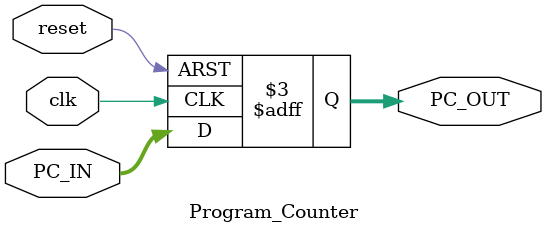
<source format=v>

`timescale 1ns/1ns 
module Program_Counter(PC_OUT, PC_IN, clk, reset);

// port declarations.
input clk, reset;
input [31:0]PC_IN; 
output reg [31:0]PC_OUT;

always @(posedge clk or posedge reset) //PC and reset is triggered at positive edge of clock.
begin
if(reset==1'b1)
PC_OUT <= 0; //reset is high initialize PC_OUT with zero.
else
PC_OUT <= PC_IN;
end

endmodule
</source>
